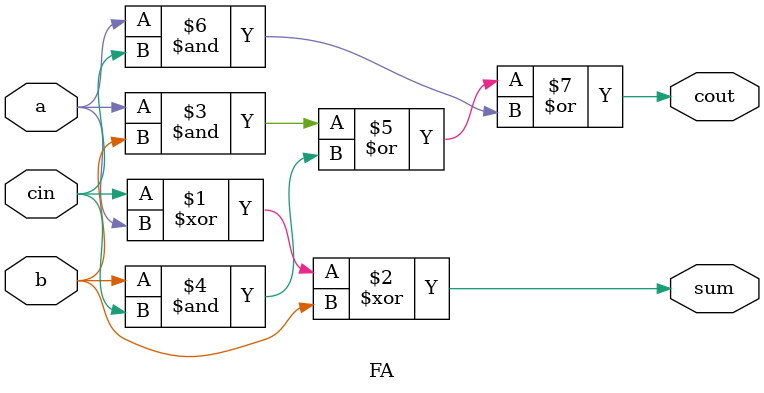
<source format=v>
module FA (a,b,cin,sum,cout);
	input a, b, cin;
	output sum, cout;

	assign sum = cin ^ a ^ b; 
	assign cout = (a & b) | (b & cin) | (a & cin); 
endmodule

</source>
